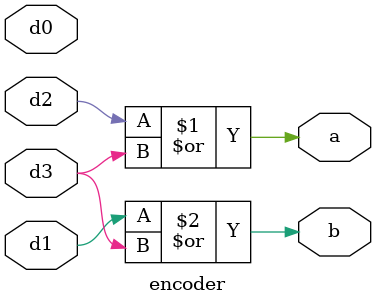
<source format=v>
`timescale 1ns / 1ps

module encoder(
    input d0,d1,d2,d3,
    output a,b
    );
assign a = d2|d3;
assign b = d1|d3;

endmodule

</source>
